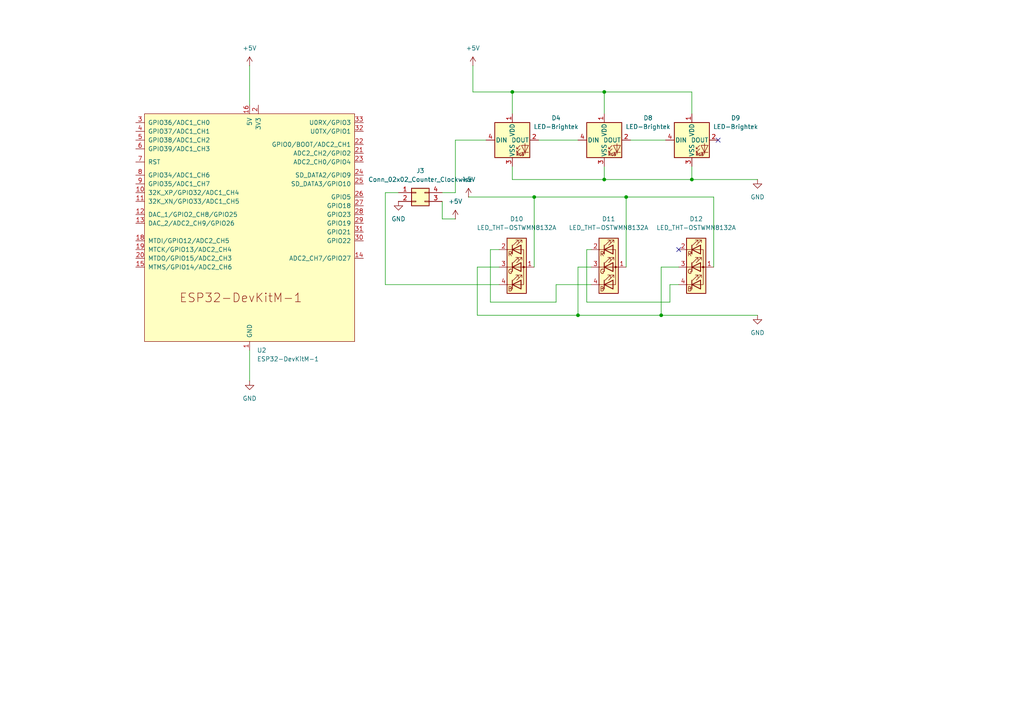
<source format=kicad_sch>
(kicad_sch (version 20250114) (generator "eeschema") (generator_version "9.0")
  (paper "A4")
  (lib_symbols
    (symbol "Connector_Generic:Conn_02x02_Counter_Clockwise" (pin_names (offset 1.016) (hide yes))
      (property "Reference" "J" (at 1.27 2.54 0))
      (property "Value" "Conn_02x02_Counter_Clockwise" (at 1.27 -5.08 0))
      (symbol "Conn_02x02_Counter_Clockwise_1_1"
        (rectangle (start -1.27 1.27) (end 3.81 -3.81) (stroke (width 0.254)) (fill (type background)))
        (rectangle (start -1.27 0.127) (end 0 -0.127) (stroke (width 0.1524)))
        (rectangle (start -1.27 -2.413) (end 0 -2.667) (stroke (width 0.1524)))
        (rectangle (start 3.81 0.127) (end 2.54 -0.127) (stroke (width 0.1524)))
        (rectangle (start 3.81 -2.413) (end 2.54 -2.667) (stroke (width 0.1524)))
        (pin passive line (at -5.08 0 0) (length 3.81) (name "Pin_1") (number "1"))
        (pin passive line (at -5.08 -2.54 0) (length 3.81) (name "Pin_2") (number "2"))
        (pin passive line (at 7.62 0 180) (length 3.81) (name "Pin_4") (number "4"))
        (pin passive line (at 7.62 -2.54 180) (length 3.81) (name "Pin_3") (number "3"))
      )
    )
    (symbol "PCM_Espressif:ESP32-DevKitM-1" (pin_names (offset 1.016))
      (property "Reference" "U" (at -30.48 38.1 0))
      (property "Value" "ESP32-DevKitM-1" (at -30.48 35.56 0))
      (symbol "ESP32-DevKitM-1_0_1"
        (rectangle (start -30.48 33.02) (end 30.48 -33.02) (fill (type background)))
      )
      (symbol "ESP32-DevKitM-1_1_0"
        (text "ESP32-DevKitM-1" (at -2.54 -20.32 0) (effects (font (size 2.54 2.54))))
        (pin input line (at -33.02 30.48 0) (length 2.54) (name "GPIO36/ADC1_CH0") (number "3"))
        (pin input line (at -33.02 27.94 0) (length 2.54) (name "GPIO37/ADC1_CH1") (number "4"))
        (pin input line (at -33.02 25.4 0) (length 2.54) (name "GPIO38/ADC1_CH2") (number "5"))
        (pin input line (at -33.02 22.86 0) (length 2.54) (name "GPIO39/ADC1_CH3") (number "6"))
        (pin input line (at -33.02 19.05 0) (length 2.54) (name "RST") (number "7"))
        (pin input line (at -33.02 15.24 0) (length 2.54) (name "GPIO34/ADC1_CH6") (number "8"))
        (pin input line (at -33.02 12.7 0) (length 2.54) (name "GPIO35/ADC1_CH7") (number "9"))
        (pin bidirectional line (at -33.02 10.16 0) (length 2.54) (name "32K_XP/GPIO32/ADC1_CH4") (number "10"))
        (pin bidirectional line (at -33.02 7.62 0) (length 2.54) (name "32K_XN/GPIO33/ADC1_CH5") (number "11"))
        (pin bidirectional line (at -33.02 3.81 0) (length 2.54) (name "DAC_1/GPIO2_CH8/GPIO25") (number "12"))
        (pin bidirectional line (at -33.02 1.27 0) (length 2.54) (name "DAC_2/ADC2_CH9/GPIO26") (number "13"))
        (pin power_in line (at 0 35.56 270) (length 2.54) (name "5V") (number "16"))
        (pin power_in line (at 0 -35.56 90) (length 2.54) (name "GND") (number "1"))
      )
      (symbol "ESP32-DevKitM-1_1_1"
        (pin bidirectional line (at -33.02 -3.81 0) (length 2.54) (name "MTDI/GPIO12/ADC2_CH5") (number "18"))
        (pin bidirectional line (at -33.02 -6.35 0) (length 2.54) (name "MTCK/GPIO13/ADC2_CH4") (number "19"))
        (pin bidirectional line (at -33.02 -8.89 0) (length 2.54) (name "MTDO/GPIO15/ADC2_CH3") (number "20"))
        (pin bidirectional line (at -33.02 -11.43 0) (length 2.54) (name "MTMS/GPIO14/ADC2_CH6") (number "15"))
        (pin passive line (at 0 -35.56 90) (length 2.54) (hide yes) (name "GND") (number "17"))
        (pin passive line (at 0 -35.56 90) (length 2.54) (hide yes) (name "GND") (number "34"))
        (pin power_in line (at 2.54 35.56 270) (length 2.54) (name "3V3") (number "2"))
        (pin bidirectional line (at 33.02 30.48 180) (length 2.54) (name "U0RX/GPIO3") (number "33"))
        (pin bidirectional line (at 33.02 27.94 180) (length 2.54) (name "U0TX/GPIO1") (number "32"))
        (pin bidirectional line (at 33.02 24.13 180) (length 2.54) (name "GPIO0/BOOT/ADC2_CH1") (number "22"))
        (pin bidirectional line (at 33.02 21.59 180) (length 2.54) (name "ADC2_CH2/GPIO2") (number "21"))
        (pin bidirectional line (at 33.02 19.05 180) (length 2.54) (name "ADC2_CH0/GPIO4") (number "23"))
        (pin bidirectional line (at 33.02 15.24 180) (length 2.54) (name "SD_DATA2/GPIO9") (number "24"))
        (pin bidirectional line (at 33.02 12.7 180) (length 2.54) (name "SD_DATA3/GPIO10") (number "25"))
        (pin bidirectional line (at 33.02 8.89 180) (length 2.54) (name "GPIO5") (number "26"))
        (pin bidirectional line (at 33.02 6.35 180) (length 2.54) (name "GPIO18") (number "27"))
        (pin bidirectional line (at 33.02 3.81 180) (length 2.54) (name "GPIO23") (number "28"))
        (pin bidirectional line (at 33.02 1.27 180) (length 2.54) (name "GPIO19") (number "29"))
        (pin bidirectional line (at 33.02 -1.27 180) (length 2.54) (name "GPIO21") (number "31"))
        (pin bidirectional line (at 33.02 -3.81 180) (length 2.54) (name "GPIO22") (number "30"))
        (pin bidirectional line (at 33.02 -8.89 180) (length 2.54) (name "ADC2_CH7/GPIO27") (number "14"))
      )
    )
    (symbol "helclock-lib:LED-Brightek" (pin_names (offset 0.254))
      (property "Reference" "D" (at 5.08 5.715 0))
      (property "Value" "LED-Brightek" (at 1.27 -5.715 0))
      (symbol "LED-Brightek_0_0"
        (text "RGB" (at 2.286 -4.191 0) (effects (font (size 0.762 0.762))))
      )
      (symbol "LED-Brightek_0_1"
        (polyline (pts (xy 1.27 -2.54) (xy 1.778 -2.54)))
        (polyline (pts (xy 1.27 -3.556) (xy 1.778 -3.556)))
        (polyline (pts (xy 2.286 -1.524) (xy 1.27 -2.54) (xy 1.27 -2.032)))
        (polyline (pts (xy 2.286 -2.54) (xy 1.27 -3.556) (xy 1.27 -3.048)))
        (polyline (pts (xy 3.683 -1.016) (xy 3.683 -3.556) (xy 3.683 -4.064)))
        (polyline (pts (xy 4.699 -1.524) (xy 2.667 -1.524) (xy 3.683 -3.556) (xy 4.699 -1.524)))
        (polyline (pts (xy 4.699 -3.556) (xy 2.667 -3.556)))
        (rectangle (start 5.08 5.08) (end -5.08 -5.08) (stroke (width 0.254)) (fill (type background)))
      )
      (symbol "LED-Brightek_1_1"
        (pin input line (at -7.62 0 0) (length 2.54) (name "DIN") (number "4"))
        (pin power_in line (at 0 7.62 270) (length 2.54) (name "VDD") (number "1"))
        (pin power_in line (at 0 -7.62 90) (length 2.54) (name "VSS") (number "3"))
        (pin output line (at 7.62 0 180) (length 2.54) (name "DOUT") (number "2"))
      )
    )
    (symbol "helclock-lib:LED_THT-OSTWMN8132A" (pin_names (offset 0) (hide yes))
      (property "Reference" "D" (at 0 9.398 0))
      (property "Value" "LED_THT-OSTWMN8132A" (at 0 -8.89 0))
      (symbol "LED_THT-OSTWMN8132A_0_0"
        (text "R" (at -1.905 3.81 0) (effects (font (size 1.27 1.27))))
        (text "G" (at -1.905 -1.27 0) (effects (font (size 1.27 1.27))))
        (text "B" (at -1.905 -6.35 0) (effects (font (size 1.27 1.27))))
      )
      (symbol "LED_THT-OSTWMN8132A_0_1"
        (rectangle (start -2.794 8.382) (end 2.794 -7.62) (stroke (width 0.254)) (fill (type background)))
        (polyline (pts (xy -1.27 6.35) (xy -1.27 3.81)) (stroke (width 0.254)))
        (polyline (pts (xy -1.27 6.35) (xy -1.27 3.81) (xy -1.27 3.81)))
        (polyline (pts (xy -1.27 5.08) (xy -2.54 5.08)))
        (polyline (pts (xy -1.27 5.08) (xy 1.27 5.08)))
        (polyline (pts (xy -1.27 1.27) (xy -1.27 -1.27)) (stroke (width 0.254)))
        (polyline (pts (xy -1.27 1.27) (xy -1.27 -1.27) (xy -1.27 -1.27)))
        (polyline (pts (xy -1.27 0) (xy -2.54 0)))
        (polyline (pts (xy -1.27 -3.81) (xy -1.27 -6.35)) (stroke (width 0.254)))
        (polyline (pts (xy -1.27 -5.08) (xy -2.54 -5.08)))
        (polyline (pts (xy -1.27 -5.08) (xy 1.27 -5.08)))
        (polyline (pts (xy -1.016 6.35) (xy 0.508 7.874) (xy -0.254 7.874) (xy 0.508 7.874) (xy 0.508 7.112)))
        (polyline (pts (xy -1.016 1.27) (xy 0.508 2.794) (xy -0.254 2.794) (xy 0.508 2.794) (xy 0.508 2.032)))
        (polyline (pts (xy -1.016 -3.81) (xy 0.508 -2.286) (xy -0.254 -2.286) (xy 0.508 -2.286) (xy 0.508 -3.048)))
        (polyline (pts (xy 0 6.35) (xy 1.524 7.874) (xy 0.762 7.874) (xy 1.524 7.874) (xy 1.524 7.112)))
        (polyline (pts (xy 0 1.27) (xy 1.524 2.794) (xy 0.762 2.794) (xy 1.524 2.794) (xy 1.524 2.032)))
        (polyline (pts (xy 0 -3.81) (xy 1.524 -2.286) (xy 0.762 -2.286) (xy 1.524 -2.286) (xy 1.524 -3.048)))
        (polyline (pts (xy 1.27 6.35) (xy 1.27 3.81) (xy -1.27 5.08) (xy 1.27 6.35)) (stroke (width 0.254)))
        (rectangle (start 1.27 6.35) (end 1.27 6.35))
        (rectangle (start 1.27 3.81) (end 1.27 6.35))
        (polyline (pts (xy 1.27 1.27) (xy 1.27 -1.27) (xy -1.27 0) (xy 1.27 1.27)) (stroke (width 0.254)))
        (rectangle (start 1.27 1.27) (end 1.27 1.27))
        (polyline (pts (xy 1.27 0) (xy -1.27 0)))
        (polyline (pts (xy 1.27 0) (xy 2.54 0)))
        (rectangle (start 1.27 -1.27) (end 1.27 1.27))
        (polyline (pts (xy 1.27 -3.81) (xy 1.27 -6.35) (xy -1.27 -5.08) (xy 1.27 -3.81)) (stroke (width 0.254)))
        (polyline (pts (xy 1.27 -5.08) (xy 2.032 -5.08) (xy 2.032 5.08) (xy 1.27 5.08)))
        (circle (center 2.032 0) (radius 0.254) (fill (type outline)))
      )
      (symbol "LED_THT-OSTWMN8132A_1_1"
        (pin output line (at -5.08 5.08 0) (length 2.54) (name "DOUT") (number "2"))
        (pin power_in line (at -5.08 0 0) (length 2.54) (name "VSS") (number "3"))
        (pin input line (at -5.08 -5.08 0) (length 2.54) (name "DIN") (number "4"))
        (pin power_in line (at 5.08 0 180) (length 2.54) (name "VCC") (number "1"))
      )
    )
    (symbol "power:+5V" (power) (pin_numbers (hide yes)) (pin_names (offset 0) (hide yes))
      (property "Value" "+5V" (at 0 3.556 0))
      (symbol "+5V_0_1"
        (polyline (pts (xy -0.762 1.27) (xy 0 2.54)))
        (polyline (pts (xy 0 2.54) (xy 0.762 1.27)))
        (polyline (pts (xy 0 0) (xy 0 2.54)))
      )
      (symbol "+5V_1_1"
        (pin power_in line (at 0 0 90) (length 0) (name "~") (number "1"))
      )
    )
    (symbol "power:GND" (power) (pin_numbers (hide yes)) (pin_names (offset 0) (hide yes))
      (property "Value" "GND" (at 0 -3.81 0))
      (symbol "GND_0_1"
        (polyline (pts (xy 0 0) (xy 0 -1.27) (xy 1.27 -1.27) (xy 0 -2.54) (xy -1.27 -1.27) (xy 0 -1.27)))
      )
      (symbol "GND_1_1"
        (pin power_in line (at 0 0 270) (length 0) (name "~") (number "1"))
      )
    )
  )
  (junction (at 148.59 26.67))
  (junction (at 175.26 52.07))
  (junction (at 191.77 91.44))
  (junction (at 154.94 57.15))
  (junction (at 167.64 91.44))
  (junction (at 175.26 26.67))
  (junction (at 200.66 52.07))
  (junction (at 181.61 57.15))
  (no_connect (at 196.85 72.39))
  (no_connect (at 208.28 40.64))
  (wire (pts (xy 175.26 48.26) (xy 175.26 52.07)))
  (wire (pts (xy 207.01 57.15) (xy 207.01 77.47)))
  (wire (pts (xy 182.88 40.64) (xy 193.04 40.64)))
  (wire (pts (xy 194.31 82.55) (xy 196.85 82.55)))
  (wire (pts (xy 181.61 57.15) (xy 181.61 77.47)))
  (wire (pts (xy 161.29 82.55) (xy 171.45 82.55)))
  (wire (pts (xy 200.66 26.67) (xy 200.66 33.02)))
  (wire (pts (xy 148.59 26.67) (xy 175.26 26.67)))
  (wire (pts (xy 191.77 77.47) (xy 191.77 91.44)))
  (wire (pts (xy 135.89 57.15) (xy 154.94 57.15)))
  (wire (pts (xy 142.24 87.63) (xy 161.29 87.63)))
  (wire (pts (xy 144.78 72.39) (xy 142.24 72.39)))
  (wire (pts (xy 138.43 91.44) (xy 138.43 77.47)))
  (wire (pts (xy 175.26 26.67) (xy 200.66 26.67)))
  (wire (pts (xy 175.26 26.67) (xy 175.26 33.02)))
  (wire (pts (xy 138.43 77.47) (xy 144.78 77.47)))
  (wire (pts (xy 171.45 77.47) (xy 167.64 77.47)))
  (wire (pts (xy 191.77 91.44) (xy 167.64 91.44)))
  (wire (pts (xy 137.16 19.05) (xy 137.16 26.67)))
  (wire (pts (xy 148.59 52.07) (xy 175.26 52.07)))
  (wire (pts (xy 132.08 55.88) (xy 132.08 40.64)))
  (wire (pts (xy 200.66 52.07) (xy 219.71 52.07)))
  (wire (pts (xy 148.59 52.07) (xy 148.59 48.26)))
  (wire (pts (xy 72.39 19.05) (xy 72.39 30.48)))
  (wire (pts (xy 171.45 72.39) (xy 170.18 72.39)))
  (wire (pts (xy 167.64 77.47) (xy 167.64 91.44)))
  (wire (pts (xy 137.16 26.67) (xy 148.59 26.67)))
  (wire (pts (xy 181.61 57.15) (xy 207.01 57.15)))
  (wire (pts (xy 128.27 58.42) (xy 128.27 63.5)))
  (wire (pts (xy 156.21 40.64) (xy 167.64 40.64)))
  (wire (pts (xy 194.31 87.63) (xy 194.31 82.55)))
  (wire (pts (xy 200.66 48.26) (xy 200.66 52.07)))
  (wire (pts (xy 196.85 77.47) (xy 191.77 77.47)))
  (wire (pts (xy 161.29 87.63) (xy 161.29 82.55)))
  (wire (pts (xy 148.59 26.67) (xy 148.59 33.02)))
  (wire (pts (xy 128.27 63.5) (xy 132.08 63.5)))
  (wire (pts (xy 128.27 55.88) (xy 132.08 55.88)))
  (wire (pts (xy 219.71 91.44) (xy 191.77 91.44)))
  (wire (pts (xy 72.39 101.6) (xy 72.39 110.49)))
  (wire (pts (xy 142.24 72.39) (xy 142.24 87.63)))
  (wire (pts (xy 170.18 87.63) (xy 194.31 87.63)))
  (wire (pts (xy 154.94 57.15) (xy 181.61 57.15)))
  (wire (pts (xy 167.64 91.44) (xy 138.43 91.44)))
  (wire (pts (xy 170.18 72.39) (xy 170.18 87.63)))
  (wire (pts (xy 154.94 57.15) (xy 154.94 77.47)))
  (wire (pts (xy 111.76 82.55) (xy 111.76 55.88)))
  (wire (pts (xy 132.08 40.64) (xy 140.97 40.64)))
  (wire (pts (xy 175.26 52.07) (xy 200.66 52.07)))
  (wire (pts (xy 111.76 82.55) (xy 144.78 82.55)))
  (wire (pts (xy 111.76 55.88) (xy 115.57 55.88)))
  (symbol (lib_id "power:GND") (at 72.39 110.49 0) (unit 1)
    (property "Reference" "#PWR016" (effects (hide yes)))
    (property "Value" "GND" (at 72.39 115.57 0))
    (property "Description" "Power symbol creates a global label with name \"GND\" , ground" (effects (hide yes)))
  )
  (symbol (lib_id "power:+5V") (at 132.08 63.5 0) (unit 1)
    (property "Reference" "#PWR017" (effects (hide yes)))
    (property "Value" "+5V" (at 132.08 58.42 0))
    (property "Description" "Power symbol creates a global label with name \"+5V\"" (effects (hide yes)))
  )
  (symbol (lib_id "helclock-lib:LED-Brightek") (at 148.59 40.64 0) (unit 1)
    (property "Reference" "D4" (at 161.29 34.2198 0))
    (property "Value" "LED-Brightek" (at 161.29 36.7598 0))
    (property "Footprint" "helclock:LED-SMD-Brightek-N0M50S18IC_5.0x5.0mm_P3.2mm" (effects (hide yes)))
    (property "Datasheet" "https://github.com/rabaugart/helclock/blob/main/Datenbl%C3%A4tter/LED-SMD-Brightek-N0M50S18IC.pdf" (effects (hide yes)))
    (property "Description" "RGB LED with integrated controller" (effects (hide yes)))
  )
  (symbol (lib_id "helclock-lib:LED_THT-OSTWMN8132A") (at 149.86 77.47 0) (unit 1)
    (property "Reference" "D10" (at 149.86 63.5 0))
    (property "Value" "LED_THT-OSTWMN8132A" (at 149.86 66.04 0))
    (property "Footprint" "helclock:LED_D8.0mm-4" (effects (hide yes)))
    (property "Description" "RGB LED, anode/red/green/blue" (effects (hide yes)))
  )
  (symbol (lib_id "helclock-lib:LED_THT-OSTWMN8132A") (at 201.93 77.47 0) (unit 1)
    (property "Reference" "D12" (at 201.93 63.5 0))
    (property "Value" "LED_THT-OSTWMN8132A" (at 201.93 66.04 0))
    (property "Footprint" "helclock:LED_D8.0mm-4" (effects (hide yes)))
    (property "Description" "RGB LED, anode/red/green/blue" (effects (hide yes)))
  )
  (symbol (lib_id "PCM_Espressif:ESP32-DevKitM-1") (at 72.39 66.04 0) (unit 1) (on_board no)
    (property "Reference" "U2" (at 74.5333 101.6 0) (effects (justify left)))
    (property "Value" "ESP32-DevKitM-1" (at 74.5333 104.14 0) (effects (justify left)))
    (property "Footprint" "PCM_Espressif:ESP32-DevKitM-1" (effects (hide yes)))
    (property "Datasheet" "https://docs.espressif.com/projects/esp-idf/zh_CN/latest/esp32/hw-reference/esp32/user-guide-devkitm-1.html" (effects (hide yes)))
    (property "Description" "Development Kit" (effects (hide yes)))
  )
  (symbol (lib_id "power:+5V") (at 72.39 19.05 0) (unit 1)
    (property "Reference" "#PWR011" (effects (hide yes)))
    (property "Value" "+5V" (at 72.39 13.97 0))
    (property "Description" "Power symbol creates a global label with name \"+5V\"" (effects (hide yes)))
  )
  (symbol (lib_id "helclock-lib:LED-Brightek") (at 200.66 40.64 0) (unit 1)
    (property "Reference" "D9" (at 213.36 34.2198 0))
    (property "Value" "LED-Brightek" (at 213.36 36.7598 0))
    (property "Footprint" "helclock:LED-SMD-Brightek-N0M50S18IC_5.0x5.0mm_P3.2mm" (effects (hide yes)))
    (property "Datasheet" "https://github.com/rabaugart/helclock/blob/main/Datenbl%C3%A4tter/LED-SMD-Brightek-N0M50S18IC.pdf" (effects (hide yes)))
    (property "Description" "RGB LED with integrated controller" (effects (hide yes)))
  )
  (symbol (lib_id "power:+5V") (at 135.89 57.15 0) (unit 1)
    (property "Reference" "#PWR013" (effects (hide yes)))
    (property "Value" "+5V" (at 135.89 52.07 0))
    (property "Description" "Power symbol creates a global label with name \"+5V\"" (effects (hide yes)))
  )
  (symbol (lib_id "Connector_Generic:Conn_02x02_Counter_Clockwise") (at 120.65 55.88 0) (unit 1)
    (property "Reference" "J3" (at 121.92 49.53 0))
    (property "Value" "Conn_02x02_Counter_Clockwise" (at 121.92 52.07 0))
    (property "Footprint" "Connector_PinHeader_2.54mm:PinHeader_2x02_P2.54mm_Vertical" (effects (hide yes)))
    (property "Description" "Generic connector, double row, 02x02, counter clockwise pin numbering scheme (similar to DIP package numbering), script generated (kicad-library-utils/schlib/autogen/connector/)" (effects (hide yes)))
  )
  (symbol (lib_id "power:GND") (at 219.71 91.44 0) (unit 1)
    (property "Reference" "#PWR015" (effects (hide yes)))
    (property "Value" "GND" (at 219.71 96.52 0))
    (property "Description" "Power symbol creates a global label with name \"GND\" , ground" (effects (hide yes)))
  )
  (symbol (lib_id "helclock-lib:LED_THT-OSTWMN8132A") (at 176.53 77.47 0) (unit 1)
    (property "Reference" "D11" (at 176.53 63.5 0))
    (property "Value" "LED_THT-OSTWMN8132A" (at 176.53 66.04 0))
    (property "Footprint" "helclock:LED_D8.0mm-4" (effects (hide yes)))
    (property "Description" "RGB LED, anode/red/green/blue" (effects (hide yes)))
  )
  (symbol (lib_id "helclock-lib:LED-Brightek") (at 175.26 40.64 0) (unit 1)
    (property "Reference" "D8" (at 187.96 34.2198 0))
    (property "Value" "LED-Brightek" (at 187.96 36.7598 0))
    (property "Footprint" "helclock:LED-SMD-Brightek-N0M50S18IC_5.0x5.0mm_P3.2mm" (effects (hide yes)))
    (property "Datasheet" "https://github.com/rabaugart/helclock/blob/main/Datenbl%C3%A4tter/LED-SMD-Brightek-N0M50S18IC.pdf" (effects (hide yes)))
    (property "Description" "RGB LED with integrated controller" (effects (hide yes)))
  )
  (symbol (lib_id "power:+5V") (at 137.16 19.05 0) (unit 1)
    (property "Reference" "#PWR012" (effects (hide yes)))
    (property "Value" "+5V" (at 137.16 13.97 0))
    (property "Description" "Power symbol creates a global label with name \"+5V\"" (effects (hide yes)))
  )
  (symbol (lib_id "power:GND") (at 219.71 52.07 0) (unit 1)
    (property "Reference" "#PWR014" (effects (hide yes)))
    (property "Value" "GND" (at 219.71 57.15 0))
    (property "Description" "Power symbol creates a global label with name \"GND\" , ground" (effects (hide yes)))
  )
  (symbol (lib_id "power:GND") (at 115.57 58.42 0) (unit 1)
    (property "Reference" "#PWR018" (effects (hide yes)))
    (property "Value" "GND" (at 115.57 63.5 0))
    (property "Description" "Power symbol creates a global label with name \"GND\" , ground" (effects (hide yes)))
  )
)
</source>
